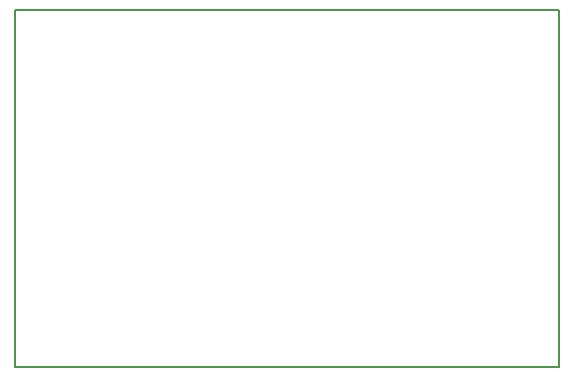
<source format=gm1>
G04 MADE WITH FRITZING*
G04 WWW.FRITZING.ORG*
G04 SINGLE SIDED*
G04 HOLES NOT PLATED*
G04 CONTOUR ON CENTER OF CONTOUR VECTOR*
%ASAXBY*%
%FSLAX23Y23*%
%MOIN*%
%OFA0B0*%
%SFA1.0B1.0*%
%ADD10R,1.821250X1.196930*%
%ADD11C,0.008000*%
%ADD10C,0.008*%
%LNCONTOUR*%
G90*
G70*
G54D10*
G54D11*
X4Y1193D02*
X1817Y1193D01*
X1817Y4D01*
X4Y4D01*
X4Y1193D01*
D02*
G04 End of contour*
M02*
</source>
